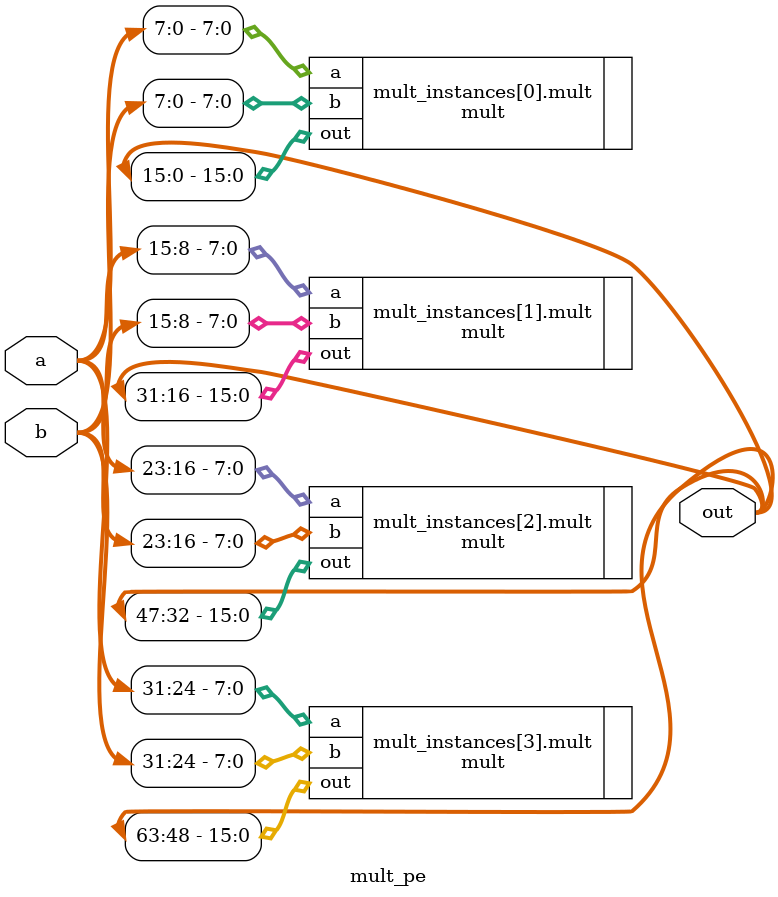
<source format=sv>
`timescale 1ns / 1ps


module mult_pe #(
        parameter DATA_WIDTH = 8,
        parameter NUM_MACS = 4 // number of macs equal to matrix vector PE grid
    )(
        input [NUM_MACS * DATA_WIDTH - 1 :0] a,
        input [NUM_MACS * DATA_WIDTH - 1 :0] b,
        output [NUM_MACS * DATA_WIDTH * 2 - 1 : 0] out
    );
    
    genvar i;
    generate
        for (i = 0; i < NUM_MACS; i = i + 1) begin : mult_instances
            mult #(
                .DATA_WIDTH(DATA_WIDTH)
            ) mult (
                .a(a[DATA_WIDTH*(i+1)-1:DATA_WIDTH*i]),
                .b(b[DATA_WIDTH*(i+1)-1:DATA_WIDTH*i]),
                .out(out[(2*DATA_WIDTH)*(i+1)-1:(2*DATA_WIDTH)*i])
            );
        end
    endgenerate
    
    
endmodule

</source>
